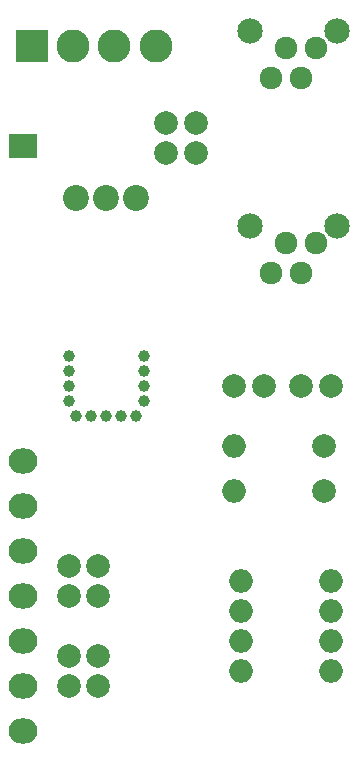
<source format=gbr>
G04 #@! TF.FileFunction,Soldermask,Bot*
%FSLAX46Y46*%
G04 Gerber Fmt 4.6, Leading zero omitted, Abs format (unit mm)*
G04 Created by KiCad (PCBNEW 4.0.6) date Friday, June 02, 2017 'PMt' 04:09:18 PM*
%MOMM*%
%LPD*%
G01*
G04 APERTURE LIST*
%ADD10C,0.100000*%
%ADD11C,2.000000*%
%ADD12O,2.432000X2.127200*%
%ADD13R,2.432000X2.127200*%
%ADD14O,2.000000X2.000000*%
%ADD15C,1.000000*%
%ADD16C,2.200000*%
%ADD17C,2.800000*%
%ADD18R,2.800000X2.800000*%
%ADD19C,2.150000*%
%ADD20C,1.924000*%
G04 APERTURE END LIST*
D10*
D11*
X209550000Y-121285000D03*
X212050000Y-121285000D03*
X206375000Y-121285000D03*
X203875000Y-121285000D03*
X200660000Y-99060000D03*
X200660000Y-101560000D03*
X198120000Y-99060000D03*
X198120000Y-101560000D03*
X189865000Y-136525000D03*
X192365000Y-136525000D03*
X189865000Y-139065000D03*
X192365000Y-139065000D03*
X189865000Y-144145000D03*
X192365000Y-144145000D03*
X189865000Y-146685000D03*
X192365000Y-146685000D03*
D12*
X186000000Y-150530000D03*
X186000000Y-127670000D03*
X186000000Y-131480000D03*
X186000000Y-135290000D03*
X186000000Y-139100000D03*
X186000000Y-142910000D03*
X186000000Y-146720000D03*
D13*
X186000000Y-101000000D03*
D11*
X211455000Y-126365000D03*
D14*
X203835000Y-126365000D03*
D11*
X211455000Y-130175000D03*
D14*
X203835000Y-130175000D03*
D15*
X196215000Y-118745000D03*
X196215000Y-120015000D03*
X196215000Y-121285000D03*
X196215000Y-122555000D03*
X195580000Y-123825000D03*
X194310000Y-123825000D03*
X193040000Y-123825000D03*
X191770000Y-123825000D03*
X190500000Y-123825000D03*
X189865000Y-122555000D03*
X189865000Y-121285000D03*
X189865000Y-120015000D03*
X189865000Y-118745000D03*
D16*
X195580000Y-105410000D03*
X193040000Y-105410000D03*
X190500000Y-105410000D03*
D17*
X193750000Y-92500000D03*
X197250000Y-92500000D03*
X190250000Y-92500000D03*
D18*
X186750000Y-92500000D03*
D14*
X204470000Y-137795000D03*
X204470000Y-140335000D03*
X204470000Y-142875000D03*
X204470000Y-145415000D03*
X212090000Y-145415000D03*
X212090000Y-142875000D03*
X212090000Y-140335000D03*
X212090000Y-137795000D03*
D19*
X205210000Y-107740000D03*
D20*
X207010000Y-111760000D03*
X208280000Y-109220000D03*
X209550000Y-111760000D03*
X210820000Y-109220000D03*
D19*
X212620000Y-107740000D03*
X205210000Y-91230000D03*
D20*
X207010000Y-95250000D03*
X208280000Y-92710000D03*
X209550000Y-95250000D03*
X210820000Y-92710000D03*
D19*
X212620000Y-91230000D03*
M02*

</source>
